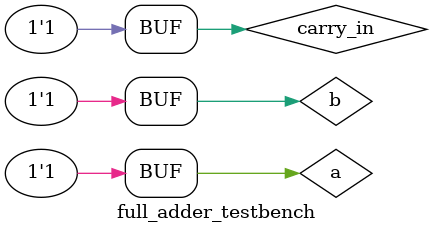
<source format=v>
`define DELAY 20
module full_adder_testbench(); 
reg a, b, carry_in;
wire sum, carry_out;

full_adder fatb (sum, carry_out, a, b, carry_in);

initial begin
a = 1'b0; b = 1'b0; carry_in = 1'b0;
#`DELAY;
a = 1'b0; b = 1'b0; carry_in = 1'b1;
#`DELAY;
a = 1'b0; b = 1'b1; carry_in = 1'b0;
#`DELAY;
a = 1'b0; b = 1'b1; carry_in = 1'b1;
#`DELAY;
a = 1'b1; b = 1'b0; carry_in = 1'b0;
#`DELAY;
a = 1'b1; b = 1'b0; carry_in = 1'b1;
#`DELAY;
a = 1'b1; b = 1'b1; carry_in = 1'b0;
#`DELAY;
a = 1'b1; b = 1'b1; carry_in = 1'b1;
end
 
 
initial
begin
$monitor("time = %2d, a =%h, b=%h, carry_in=%b, sum=%h, carry_out=%1b", $time, a, b, carry_in, sum, carry_out);
end
 
endmodule
</source>
